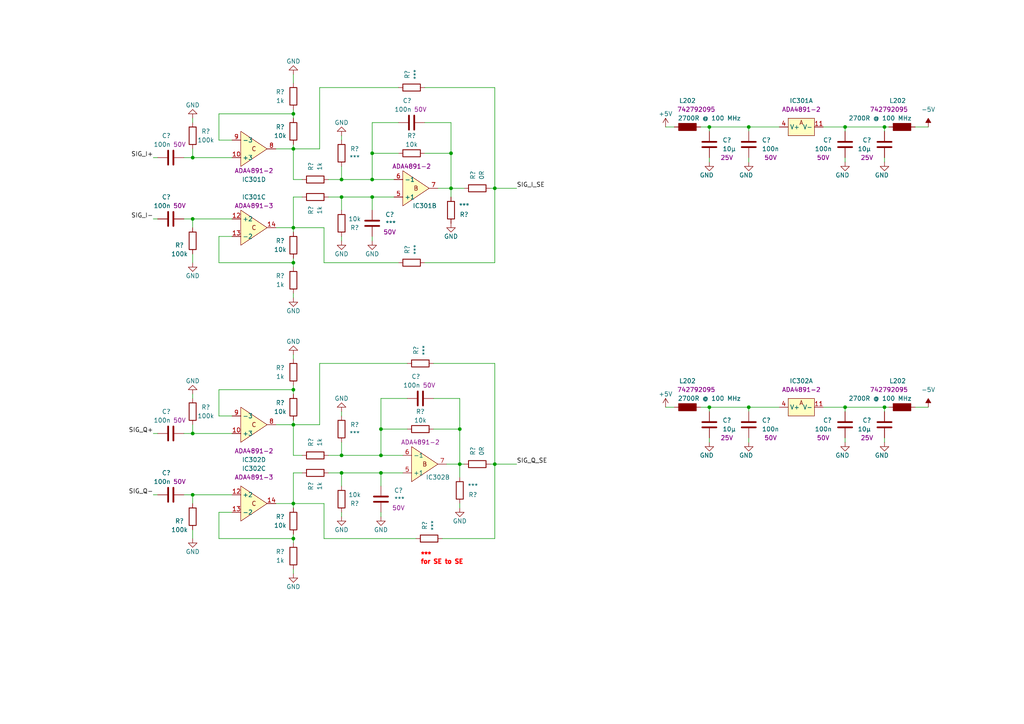
<source format=kicad_sch>
(kicad_sch (version 20230121) (generator eeschema)
  (paper "A4")
  (lib_symbols
    (symbol "ADA4891-3_1"
      (property "Reference" "IC" (at 0 10.16 0))
      (property "Part Number" "ADA4891-3" (at 0 7.62 0))
      (symbol "ADA4891-3_1_1_1"
        (rectangle (start -3.81 2.54) (end 3.81 -2.54) (fill (type background)))
        (text "A" (at 0 1.27 0) (effects (font (size 1.27 1.27))))
        (pin power_in line (at 6.35 0 180) (length 2.54) (name "V-") (number "11"))
        (pin power_in line (at -6.35 0 0) (length 2.54) (name "V+") (number "4"))
      )
      (symbol "ADA4891-3_1_2_1"
        (polyline (pts (xy -3.81 5.08) (xy -3.81 -5.08) (xy 3.81 0) (xy -3.81 5.08)) (fill (type background)))
        (text "B" (at 0 0 0) (effects (font (size 1.27 1.27))))
        (pin passive line (at -6.35 2.54 0) (length 2.54) (name "+1") (number "5"))
        (pin passive line (at -6.35 -2.54 0) (length 2.54) (name "-1") (number "6"))
        (pin passive line (at 6.35 0 180) (length 2.54) (name "") (number "7"))
      )
      (symbol "ADA4891-3_1_3_1"
        (polyline (pts (xy -3.81 5.08) (xy -3.81 -5.08) (xy 3.81 0) (xy -3.81 5.08)) (fill (type background)))
        (text "C" (at 0 0 0) (effects (font (size 1.27 1.27))))
        (pin input line (at -6.35 2.54 0) (length 2.54) (name "+2") (number "12"))
        (pin input line (at -6.35 -2.54 0) (length 2.54) (name "-2") (number "13"))
        (pin output line (at 6.35 0 180) (length 2.54) (name "") (number "14"))
      )
      (symbol "ADA4891-3_1_4_1"
        (polyline (pts (xy -3.81 5.08) (xy -3.81 -5.08) (xy 3.81 0) (xy -3.81 5.08)) (fill (type background)))
        (text "C" (at 0 0 0) (effects (font (size 1.27 1.27))))
        (pin input line (at -6.35 2.54 0) (length 2.54) (name "+3") (number "10"))
        (pin output line (at 6.35 0 180) (length 2.54) (name "") (number "8"))
        (pin input line (at -6.35 -2.54 0) (length 2.54) (name "-3") (number "9"))
      )
    )
    (symbol "ADA4891-3_2"
      (property "Reference" "IC" (at 0 10.16 0))
      (property "Part Number" "ADA4891-3" (at 0 7.62 0))
      (symbol "ADA4891-3_2_1_1"
        (rectangle (start -3.81 2.54) (end 3.81 -2.54) (fill (type background)))
        (text "A" (at 0 1.27 0) (effects (font (size 1.27 1.27))))
        (pin power_in line (at 6.35 0 180) (length 2.54) (name "V-") (number "11"))
        (pin power_in line (at -6.35 0 0) (length 2.54) (name "V+") (number "4"))
      )
      (symbol "ADA4891-3_2_2_1"
        (polyline (pts (xy -3.81 5.08) (xy -3.81 -5.08) (xy 3.81 0) (xy -3.81 5.08)) (fill (type background)))
        (text "B" (at 0 0 0) (effects (font (size 1.27 1.27))))
        (pin passive line (at -6.35 2.54 0) (length 2.54) (name "+1") (number "5"))
        (pin passive line (at -6.35 -2.54 0) (length 2.54) (name "-1") (number "6"))
        (pin passive line (at 6.35 0 180) (length 2.54) (name "") (number "7"))
      )
      (symbol "ADA4891-3_2_3_1"
        (polyline (pts (xy -3.81 5.08) (xy -3.81 -5.08) (xy 3.81 0) (xy -3.81 5.08)) (fill (type background)))
        (text "C" (at 0 0 0) (effects (font (size 1.27 1.27))))
        (pin input line (at -6.35 2.54 0) (length 2.54) (name "+2") (number "12"))
        (pin input line (at -6.35 -2.54 0) (length 2.54) (name "-2") (number "13"))
        (pin output line (at 6.35 0 180) (length 2.54) (name "") (number "14"))
      )
      (symbol "ADA4891-3_2_4_1"
        (polyline (pts (xy -3.81 5.08) (xy -3.81 -5.08) (xy 3.81 0) (xy -3.81 5.08)) (fill (type background)))
        (text "C" (at 0 0 0) (effects (font (size 1.27 1.27))))
        (pin input line (at -6.35 2.54 0) (length 2.54) (name "+3") (number "10"))
        (pin output line (at 6.35 0 180) (length 2.54) (name "") (number "8"))
        (pin input line (at -6.35 -2.54 0) (length 2.54) (name "-3") (number "9"))
      )
    )
    (symbol "BestParts_ICs:ADA4891-3"
      (property "Reference" "IC" (at 0 10.16 0))
      (property "Part Number" "ADA4891-2" (at 0 7.62 0))
      (symbol "ADA4891-3_1_1"
        (rectangle (start -3.81 2.54) (end 3.81 -2.54) (fill (type background)))
        (text "A" (at 0 1.27 0) (effects (font (size 1.27 1.27))))
        (pin power_in line (at 6.35 0 180) (length 2.54) (name "V-") (number "11"))
        (pin power_in line (at -6.35 0 0) (length 2.54) (name "V+") (number "4"))
      )
      (symbol "ADA4891-3_2_1"
        (polyline (pts (xy -3.81 5.08) (xy -3.81 -5.08) (xy 3.81 0) (xy -3.81 5.08)) (fill (type background)))
        (text "B" (at 0 0 0) (effects (font (size 1.27 1.27))))
        (pin passive line (at -6.35 2.54 0) (length 2.54) (name "+1") (number "5"))
        (pin passive line (at -6.35 -2.54 0) (length 2.54) (name "-1") (number "6"))
        (pin passive line (at 6.35 0 180) (length 2.54) (name "") (number "7"))
      )
      (symbol "ADA4891-3_3_1"
        (polyline (pts (xy -3.81 5.08) (xy -3.81 -5.08) (xy 3.81 0) (xy -3.81 5.08)) (fill (type background)))
        (text "C" (at 0 0 0) (effects (font (size 1.27 1.27))))
        (pin input line (at -6.35 2.54 0) (length 2.54) (name "+2") (number "12"))
        (pin output line (at 6.35 0 180) (length 2.54) (name "") (number "14"))
        (pin input line (at -6.35 -2.54 0) (length 2.54) (name "13") (number "6"))
      )
      (symbol "ADA4891-3_4_1"
        (polyline (pts (xy -3.81 5.08) (xy -3.81 -5.08) (xy 3.81 0) (xy -3.81 5.08)) (fill (type background)))
        (text "C" (at 0 0 0) (effects (font (size 1.27 1.27))))
        (pin input line (at -6.35 2.54 0) (length 2.54) (name "+3") (number "10"))
        (pin output line (at 6.35 0 180) (length 2.54) (name "") (number "8"))
        (pin input line (at -6.35 -2.54 0) (length 2.54) (name "-3") (number "9"))
      )
    )
    (symbol "Device:C" (pin_numbers hide) (pin_names (offset 0.254))
      (property "Reference" "C" (at 0.635 2.54 0))
      (property "Value" "C" (at 0.635 -2.54 0))
      (symbol "C_0_1"
        (polyline (pts (xy -2.032 -0.762) (xy 2.032 -0.762)) (stroke (width 0.508)))
        (polyline (pts (xy -2.032 0.762) (xy 2.032 0.762)) (stroke (width 0.508)))
      )
      (symbol "C_1_1"
        (pin passive line (at 0 3.81 270) (length 2.794) (name "~") (number "1"))
        (pin passive line (at 0 -3.81 90) (length 2.794) (name "~") (number "2"))
      )
    )
    (symbol "Device:R" (pin_numbers hide) (pin_names (offset 0))
      (property "Reference" "R" (at 2.032 0 90))
      (property "Value" "R" (at 0 0 90))
      (symbol "R_0_1"
        (rectangle (start -1.016 -2.54) (end 1.016 2.54) (stroke (width 0.254)))
      )
      (symbol "R_1_1"
        (pin passive line (at 0 3.81 270) (length 1.27) (name "~") (number "1"))
        (pin passive line (at 0 -3.81 90) (length 1.27) (name "~") (number "2"))
      )
    )
    (symbol "Ferrit_1" (pin_numbers hide)
      (property "Reference" "L" (at 0 2.54 0))
      (symbol "Ferrit_1_1_1"
        (rectangle (start -2.54 1.016) (end 2.54 -1.016) (stroke (width 0.254)) (fill (type outline)))
        (pin passive line (at -3.81 0 0) (length 1.27) (name "") (number "1"))
        (pin passive line (at 3.81 0 180) (length 1.27) (name "") (number "2"))
      )
    )
    (symbol "power:+5V" (power) (pin_names (offset 0))
      (property "Value" "+5V" (at 0 3.556 0))
      (symbol "+5V_0_1"
        (polyline (pts (xy -0.762 1.27) (xy 0 2.54)))
        (polyline (pts (xy 0 0) (xy 0 2.54)))
        (polyline (pts (xy 0 2.54) (xy 0.762 1.27)))
      )
      (symbol "+5V_1_1"
        (pin power_in line (at 0 0 90) (length 0) hide (name "+5V") (number "1"))
      )
    )
    (symbol "power:-5V" (power) (pin_names (offset 0))
      (property "Value" "-5V" (at 0 3.81 0))
      (symbol "-5V_0_0"
        (pin power_in line (at 0 0 90) (length 0) hide (name "-5V") (number "1"))
      )
      (symbol "-5V_0_1"
        (polyline (pts (xy 0 0) (xy 0 1.27) (xy 0.762 1.27) (xy 0 2.54) (xy -0.762 1.27) (xy 0 1.27)) (fill (type outline)))
      )
    )
    (symbol "power:GND" (power) (pin_names (offset 0))
      (property "Value" "GND" (at 0 -3.81 0))
      (symbol "GND_0_1"
        (polyline (pts (xy 0 0) (xy 0 -1.27) (xy 1.27 -1.27) (xy 0 -2.54) (xy -1.27 -1.27) (xy 0 -1.27)))
      )
      (symbol "GND_1_1"
        (pin power_in line (at 0 0 270) (length 0) hide (name "GND") (number "1"))
      )
    )
  )
  (junction (at 99.06 132.08))
  (junction (at 143.51 134.62))
  (junction (at 107.95 57.15))
  (junction (at 107.95 44.45))
  (junction (at 110.49 124.46))
  (junction (at 99.06 57.15))
  (junction (at 85.09 66.04))
  (junction (at 133.35 124.46))
  (junction (at 85.09 43.18))
  (junction (at 107.95 52.07))
  (junction (at 130.81 44.45))
  (junction (at 256.54 36.83))
  (junction (at 205.74 118.11))
  (junction (at 85.09 123.19))
  (junction (at 217.17 36.83))
  (junction (at 245.11 36.83))
  (junction (at 143.51 54.61))
  (junction (at 256.54 118.11))
  (junction (at 99.06 137.16))
  (junction (at 55.88 143.51))
  (junction (at 245.11 118.11))
  (junction (at 55.88 45.72))
  (junction (at 99.06 52.07))
  (junction (at 133.35 134.62))
  (junction (at 85.09 146.05))
  (junction (at 85.09 76.2))
  (junction (at 217.17 118.11))
  (junction (at 55.88 125.73))
  (junction (at 85.09 113.03))
  (junction (at 85.09 33.02))
  (junction (at 85.09 156.21))
  (junction (at 130.81 54.61))
  (junction (at 205.74 36.83))
  (junction (at 110.49 132.08))
  (junction (at 55.88 63.5))
  (junction (at 110.49 137.16))
  (wire (pts (xy 63.5 33.02) (xy 63.5 40.64)))
  (wire (pts (xy 107.95 44.45) (xy 107.95 52.07)))
  (wire (pts (xy 85.09 154.94) (xy 85.09 156.21)))
  (wire (pts (xy 85.09 165.1) (xy 85.09 166.37)))
  (wire (pts (xy 217.17 128.27) (xy 217.17 127)))
  (wire (pts (xy 123.19 35.56) (xy 130.81 35.56)))
  (wire (pts (xy 110.49 115.57) (xy 110.49 124.46)))
  (wire (pts (xy 85.09 43.18) (xy 85.09 52.07)))
  (wire (pts (xy 63.5 76.2) (xy 85.09 76.2)))
  (wire (pts (xy 80.01 146.05) (xy 85.09 146.05)))
  (wire (pts (xy 95.25 57.15) (xy 99.06 57.15)))
  (wire (pts (xy 80.01 66.04) (xy 85.09 66.04)))
  (wire (pts (xy 143.51 134.62) (xy 149.86 134.62)))
  (wire (pts (xy 55.88 43.18) (xy 55.88 45.72)))
  (wire (pts (xy 85.09 113.03) (xy 85.09 114.3)))
  (wire (pts (xy 133.35 134.62) (xy 134.62 134.62)))
  (wire (pts (xy 133.35 124.46) (xy 133.35 134.62)))
  (wire (pts (xy 265.43 118.11) (xy 269.24 118.11)))
  (wire (pts (xy 217.17 118.11) (xy 226.06 118.11)))
  (wire (pts (xy 80.01 123.19) (xy 85.09 123.19)))
  (wire (pts (xy 63.5 156.21) (xy 85.09 156.21)))
  (wire (pts (xy 245.11 36.83) (xy 245.11 38.1)))
  (wire (pts (xy 55.88 143.51) (xy 55.88 146.05)))
  (wire (pts (xy 55.88 45.72) (xy 67.31 45.72)))
  (wire (pts (xy 143.51 54.61) (xy 149.86 54.61)))
  (wire (pts (xy 44.45 45.72) (xy 45.72 45.72)))
  (wire (pts (xy 63.5 148.59) (xy 67.31 148.59)))
  (wire (pts (xy 99.06 39.37) (xy 99.06 40.64)))
  (wire (pts (xy 107.95 52.07) (xy 114.3 52.07)))
  (wire (pts (xy 205.74 36.83) (xy 217.17 36.83)))
  (wire (pts (xy 95.25 137.16) (xy 99.06 137.16)))
  (wire (pts (xy 85.09 74.93) (xy 85.09 76.2)))
  (wire (pts (xy 130.81 54.61) (xy 130.81 57.15)))
  (wire (pts (xy 110.49 124.46) (xy 110.49 132.08)))
  (wire (pts (xy 85.09 57.15) (xy 85.09 66.04)))
  (wire (pts (xy 193.04 36.83) (xy 195.58 36.83)))
  (wire (pts (xy 55.88 114.3) (xy 55.88 115.57)))
  (wire (pts (xy 85.09 41.91) (xy 85.09 43.18)))
  (wire (pts (xy 129.54 134.62) (xy 133.35 134.62)))
  (wire (pts (xy 217.17 118.11) (xy 217.17 119.38)))
  (wire (pts (xy 55.88 63.5) (xy 67.31 63.5)))
  (wire (pts (xy 63.5 148.59) (xy 63.5 156.21)))
  (wire (pts (xy 63.5 40.64) (xy 67.31 40.64)))
  (wire (pts (xy 123.19 44.45) (xy 130.81 44.45)))
  (wire (pts (xy 93.98 156.21) (xy 120.65 156.21)))
  (wire (pts (xy 53.34 45.72) (xy 55.88 45.72)))
  (wire (pts (xy 143.51 54.61) (xy 143.51 76.2)))
  (wire (pts (xy 92.71 25.4) (xy 115.57 25.4)))
  (wire (pts (xy 256.54 128.27) (xy 256.54 127)))
  (wire (pts (xy 245.11 118.11) (xy 245.11 119.38)))
  (wire (pts (xy 95.25 132.08) (xy 99.06 132.08)))
  (wire (pts (xy 85.09 121.92) (xy 85.09 123.19)))
  (wire (pts (xy 55.88 153.67) (xy 55.88 156.21)))
  (wire (pts (xy 130.81 44.45) (xy 130.81 54.61)))
  (wire (pts (xy 53.34 125.73) (xy 55.88 125.73)))
  (wire (pts (xy 99.06 48.26) (xy 99.06 52.07)))
  (wire (pts (xy 205.74 118.11) (xy 217.17 118.11)))
  (wire (pts (xy 53.34 63.5) (xy 55.88 63.5)))
  (wire (pts (xy 93.98 146.05) (xy 93.98 156.21)))
  (wire (pts (xy 130.81 35.56) (xy 130.81 44.45)))
  (wire (pts (xy 127 54.61) (xy 130.81 54.61)))
  (wire (pts (xy 123.19 25.4) (xy 143.51 25.4)))
  (wire (pts (xy 99.06 68.58) (xy 99.06 69.85)))
  (wire (pts (xy 245.11 118.11) (xy 256.54 118.11)))
  (wire (pts (xy 110.49 137.16) (xy 110.49 140.97)))
  (wire (pts (xy 203.2 118.11) (xy 205.74 118.11)))
  (wire (pts (xy 85.09 146.05) (xy 93.98 146.05)))
  (wire (pts (xy 256.54 46.99) (xy 256.54 45.72)))
  (wire (pts (xy 238.76 118.11) (xy 245.11 118.11)))
  (wire (pts (xy 107.95 35.56) (xy 107.95 44.45)))
  (wire (pts (xy 44.45 143.51) (xy 45.72 143.51)))
  (wire (pts (xy 99.06 52.07) (xy 107.95 52.07)))
  (wire (pts (xy 107.95 57.15) (xy 107.95 60.96)))
  (wire (pts (xy 203.2 36.83) (xy 205.74 36.83)))
  (wire (pts (xy 110.49 132.08) (xy 116.84 132.08)))
  (wire (pts (xy 85.09 57.15) (xy 87.63 57.15)))
  (wire (pts (xy 99.06 137.16) (xy 110.49 137.16)))
  (wire (pts (xy 133.35 134.62) (xy 133.35 138.43)))
  (wire (pts (xy 123.19 76.2) (xy 143.51 76.2)))
  (wire (pts (xy 107.95 44.45) (xy 115.57 44.45)))
  (wire (pts (xy 110.49 148.59) (xy 110.49 149.86)))
  (wire (pts (xy 265.43 36.83) (xy 269.24 36.83)))
  (wire (pts (xy 85.09 132.08) (xy 87.63 132.08)))
  (wire (pts (xy 55.88 63.5) (xy 55.88 66.04)))
  (wire (pts (xy 99.06 132.08) (xy 110.49 132.08)))
  (wire (pts (xy 92.71 105.41) (xy 118.11 105.41)))
  (wire (pts (xy 55.88 73.66) (xy 55.88 76.2)))
  (wire (pts (xy 99.06 57.15) (xy 99.06 60.96)))
  (wire (pts (xy 217.17 36.83) (xy 217.17 38.1)))
  (wire (pts (xy 99.06 148.59) (xy 99.06 149.86)))
  (wire (pts (xy 125.73 105.41) (xy 143.51 105.41)))
  (wire (pts (xy 205.74 128.27) (xy 205.74 127)))
  (wire (pts (xy 99.06 119.38) (xy 99.06 120.65)))
  (wire (pts (xy 63.5 68.58) (xy 67.31 68.58)))
  (wire (pts (xy 99.06 57.15) (xy 107.95 57.15)))
  (wire (pts (xy 99.06 137.16) (xy 99.06 140.97)))
  (wire (pts (xy 143.51 25.4) (xy 143.51 54.61)))
  (wire (pts (xy 55.88 143.51) (xy 67.31 143.51)))
  (wire (pts (xy 217.17 46.99) (xy 217.17 45.72)))
  (wire (pts (xy 85.09 123.19) (xy 85.09 132.08)))
  (wire (pts (xy 85.09 85.09) (xy 85.09 86.36)))
  (wire (pts (xy 85.09 31.75) (xy 85.09 33.02)))
  (wire (pts (xy 110.49 137.16) (xy 116.84 137.16)))
  (wire (pts (xy 63.5 113.03) (xy 63.5 120.65)))
  (wire (pts (xy 85.09 123.19) (xy 92.71 123.19)))
  (wire (pts (xy 142.24 54.61) (xy 143.51 54.61)))
  (wire (pts (xy 107.95 57.15) (xy 114.3 57.15)))
  (wire (pts (xy 93.98 76.2) (xy 115.57 76.2)))
  (wire (pts (xy 85.09 156.21) (xy 85.09 157.48)))
  (wire (pts (xy 85.09 66.04) (xy 85.09 67.31)))
  (wire (pts (xy 205.74 118.11) (xy 205.74 119.38)))
  (wire (pts (xy 193.04 118.11) (xy 195.58 118.11)))
  (wire (pts (xy 63.5 68.58) (xy 63.5 76.2)))
  (wire (pts (xy 238.76 36.83) (xy 245.11 36.83)))
  (wire (pts (xy 143.51 134.62) (xy 143.51 156.21)))
  (wire (pts (xy 256.54 36.83) (xy 257.81 36.83)))
  (wire (pts (xy 130.81 54.61) (xy 134.62 54.61)))
  (wire (pts (xy 125.73 115.57) (xy 133.35 115.57)))
  (wire (pts (xy 55.88 123.19) (xy 55.88 125.73)))
  (wire (pts (xy 63.5 120.65) (xy 67.31 120.65)))
  (wire (pts (xy 256.54 118.11) (xy 257.81 118.11)))
  (wire (pts (xy 92.71 105.41) (xy 92.71 123.19)))
  (wire (pts (xy 53.34 143.51) (xy 55.88 143.51)))
  (wire (pts (xy 110.49 124.46) (xy 118.11 124.46)))
  (wire (pts (xy 85.09 137.16) (xy 87.63 137.16)))
  (wire (pts (xy 55.88 34.29) (xy 55.88 35.56)))
  (wire (pts (xy 85.09 66.04) (xy 93.98 66.04)))
  (wire (pts (xy 256.54 118.11) (xy 256.54 119.38)))
  (wire (pts (xy 55.88 125.73) (xy 67.31 125.73)))
  (wire (pts (xy 85.09 111.76) (xy 85.09 113.03)))
  (wire (pts (xy 125.73 124.46) (xy 133.35 124.46)))
  (wire (pts (xy 85.09 43.18) (xy 92.71 43.18)))
  (wire (pts (xy 133.35 115.57) (xy 133.35 124.46)))
  (wire (pts (xy 99.06 128.27) (xy 99.06 132.08)))
  (wire (pts (xy 143.51 105.41) (xy 143.51 134.62)))
  (wire (pts (xy 85.09 52.07) (xy 87.63 52.07)))
  (wire (pts (xy 107.95 68.58) (xy 107.95 69.85)))
  (wire (pts (xy 63.5 33.02) (xy 85.09 33.02)))
  (wire (pts (xy 128.27 156.21) (xy 143.51 156.21)))
  (wire (pts (xy 93.98 66.04) (xy 93.98 76.2)))
  (wire (pts (xy 110.49 115.57) (xy 118.11 115.57)))
  (wire (pts (xy 85.09 76.2) (xy 85.09 77.47)))
  (wire (pts (xy 205.74 36.83) (xy 205.74 38.1)))
  (wire (pts (xy 63.5 113.03) (xy 85.09 113.03)))
  (wire (pts (xy 245.11 36.83) (xy 256.54 36.83)))
  (wire (pts (xy 85.09 146.05) (xy 85.09 147.32)))
  (wire (pts (xy 256.54 36.83) (xy 256.54 38.1)))
  (wire (pts (xy 245.11 46.99) (xy 245.11 45.72)))
  (wire (pts (xy 85.09 137.16) (xy 85.09 146.05)))
  (wire (pts (xy 95.25 52.07) (xy 99.06 52.07)))
  (wire (pts (xy 85.09 21.59) (xy 85.09 24.13)))
  (wire (pts (xy 107.95 35.56) (xy 115.57 35.56)))
  (wire (pts (xy 92.71 25.4) (xy 92.71 43.18)))
  (wire (pts (xy 133.35 146.05) (xy 133.35 147.32)))
  (wire (pts (xy 217.17 36.83) (xy 226.06 36.83)))
  (wire (pts (xy 85.09 102.87) (xy 85.09 104.14)))
  (wire (pts (xy 44.45 63.5) (xy 45.72 63.5)))
  (wire (pts (xy 142.24 134.62) (xy 143.51 134.62)))
  (wire (pts (xy 44.45 125.73) (xy 45.72 125.73)))
  (wire (pts (xy 205.74 46.99) (xy 205.74 45.72)))
  (wire (pts (xy 80.01 43.18) (xy 85.09 43.18)))
  (wire (pts (xy 245.11 128.27) (xy 245.11 127)))
  (wire (pts (xy 85.09 33.02) (xy 85.09 34.29)))
  (text "***\nfor SE to SE" (at 121.92 163.83 0) (effects (font (size 1.27 1.27) (thickness 0.4) bold) (justify left bottom)))
  (label "SIG_I_SE" (at 149.86 54.61 0))
  (label "SIG_I+" (at 44.45 45.72 180))
  (label "SIG_I-" (at 44.45 63.5 180))
  (label "SIG_Q+" (at 44.45 125.73 180))
  (label "SIG_Q-" (at 44.45 143.51 180))
  (label "SIG_Q_SE" (at 149.86 134.62 0))
  (symbol (lib_name "ADA4891-3_1") (lib_id "BestParts_ICs:ADA4891-3") (at 73.66 66.04 0) (unit 3)
    (property "Reference" "IC301" (at 73.66 57.15 0))
    (property "Value" "ADA4891-3" (effects hide))
    (property "Footprint" "BestParts_ICs:ADA4891-4 - SOIC-14" (effects hide))
    (property "Part Number" "ADA4891-3" (at 73.66 59.69 0))
    (property "Manufacturer" "Analog Devices" (effects hide))
  )
  (symbol (lib_name "Ferrit_1") (lib_id "BestParts_Inductors:Ferrit") (at 199.39 36.83 0) (unit 1)
    (property "Reference" "L202" (at 199.39 29.21 0))
    (property "Value" "2700R @ 100 MHz" (at 205.74 34.29 0))
    (property "Footprint" "BestParts_Resistors:R_0805" (effects hide))
    (property "Part Number" "742792095" (at 201.93 31.75 0))
    (instances (project "Analog_Calc_V2" (path "" (reference "L202") (unit 1)) (path "" (reference "L302") (unit 1))))
  )
  (symbol (lib_id "power:GND") (at 85.09 21.59 180) (unit 1)
    (property "Reference" "#PWR0313" (effects hide))
    (property "Value" "GND" (at 85.09 17.78 0))
  )
  (symbol (lib_id "Device:R") (at 99.06 124.46 0) (mirror x) (unit 1)
    (property "Reference" "R?" (at 102.87 123.19 0))
    (property "Value" "***" (at 102.87 125.73 0))
    (property "Footprint" "BestParts_Resistors:R_0603" (effects hide))
    (property "Part Number" "Generic" (effects hide))
    (instances (project "Analog_Calc_V2" (path "" (reference "R?") (unit 1)) (path "" (reference "R326") (unit 1))))
  )
  (symbol (lib_name "ADA4891-3_2") (lib_id "BestParts_ICs:ADA4891-3") (at 73.66 146.05 0) (unit 3)
    (property "Reference" "IC302" (at 73.66 135.89 0))
    (property "Value" "ADA4891-3" (effects hide))
    (property "Footprint" "BestParts_ICs:ADA4891-4 - SOIC-14" (effects hide))
    (property "Part Number" "ADA4891-3" (at 73.66 138.43 0))
    (property "Manufacturer" "Analog Devices" (effects hide))
  )
  (symbol (lib_id "power:GND") (at 205.74 46.99 0) (unit 1)
    (property "Reference" "#PWR0205" (effects hide))
    (property "Value" "GND" (at 207.01 50.8 0) (effects (justify right)))
    (instances (project "Analog_Calc_V2" (path "" (reference "#PWR0205") (unit 1)) (path "" (reference "#PWR0303") (unit 1))))
  )
  (symbol (lib_id "Device:C") (at 110.49 144.78 0) (mirror x) (unit 1)
    (property "Reference" "C?" (at 114.3 142.24 0) (effects (justify left)))
    (property "Value" "***" (at 114.3 144.78 0) (effects (justify left)))
    (property "Footprint" "BestParts_Caps:C_0603" (effects hide))
    (property "Voltage" "50V" (at 115.57 147.32 0))
    (instances (project "Analog_Calc_V2" (path "" (reference "C?") (unit 1)) (path "" (reference "C317") (unit 1))))
  )
  (symbol (lib_id "power:GND") (at 99.06 149.86 0) (unit 1)
    (property "Reference" "#PWR0321" (effects hide))
    (property "Value" "GND" (at 99.06 153.67 0))
  )
  (symbol (lib_id "Device:C") (at 205.74 123.19 0) (unit 1)
    (property "Reference" "C?" (at 209.55 121.92 0) (effects (justify left)))
    (property "Value" "10µ" (at 209.55 124.46 0) (effects (justify left)))
    (property "Footprint" "BestParts_Caps:C_0603" (effects hide))
    (property "Voltage" "25V" (at 210.82 127 0))
    (instances (project "Analog_Calc_V2" (path "" (reference "C?") (unit 1)) (path "" (reference "C305") (unit 1)) (path "" (reference "C402") (unit 1))))
  )
  (symbol (lib_id "Device:C") (at 49.53 63.5 90) (unit 1)
    (property "Reference" "C?" (at 49.53 57.15 90) (effects (justify left)))
    (property "Value" "100n" (at 49.53 59.69 90) (effects (justify left)))
    (property "Footprint" "BestParts_Caps:C_0603" (effects hide))
    (property "Voltage" "50V" (at 52.07 59.69 90))
    (instances (project "Analog_Calc_V2" (path "" (reference "C?") (unit 1)) (path "" (reference "C310") (unit 1))))
  )
  (symbol (lib_id "Device:R") (at 91.44 137.16 270) (unit 1)
    (property "Reference" "R?" (at 90.17 140.97 0))
    (property "Value" "1k" (at 92.71 140.97 0))
    (property "Footprint" "BestParts_Resistors:R_0603" (effects hide))
    (property "Part Number" "Generic" (effects hide))
    (instances (project "Analog_Calc_V2" (path "" (reference "R?") (unit 1)) (path "" (reference "R317") (unit 1))))
  )
  (symbol (lib_id "Device:R") (at 121.92 105.41 270) (mirror x) (unit 1)
    (property "Reference" "R?" (at 120.65 101.6 0))
    (property "Value" "***" (at 123.19 101.6 0))
    (property "Footprint" "BestParts_Resistors:R_0603" (effects hide))
    (property "Part Number" "Generic" (effects hide))
    (instances (project "Analog_Calc_V2" (path "" (reference "R?") (unit 1)) (path "" (reference "R322") (unit 1))))
  )
  (symbol (lib_id "power:GND") (at 256.54 128.27 0) (unit 1)
    (property "Reference" "#PWR0205" (effects hide))
    (property "Value" "GND" (at 257.81 132.08 0) (effects (justify right)))
    (instances (project "Analog_Calc_V2" (path "" (reference "#PWR0205") (unit 1)) (path "" (reference "#PWR0312") (unit 1))))
  )
  (symbol (lib_id "power:GND") (at 130.81 64.77 0) (unit 1)
    (property "Reference" "#PWR0328" (effects hide))
    (property "Value" "GND" (at 130.81 68.58 0))
  )
  (symbol (lib_id "Device:R") (at 55.88 149.86 180) (unit 1)
    (property "Reference" "R?" (at 52.07 151.13 0))
    (property "Value" "100k" (at 52.07 153.67 0))
    (property "Footprint" "BestParts_Resistors:R_0603" (effects hide))
    (property "Part Number" "Generic" (effects hide))
    (instances (project "Analog_Calc_V2" (path "" (reference "R?") (unit 1)) (path "" (reference "R319") (unit 1))))
  )
  (symbol (lib_id "Device:C") (at 119.38 35.56 90) (unit 1)
    (property "Reference" "C?" (at 119.38 29.21 90) (effects (justify left)))
    (property "Value" "100n" (at 119.38 31.75 90) (effects (justify left)))
    (property "Footprint" "BestParts_Caps:C_0603" (effects hide))
    (property "Voltage" "50V" (at 121.92 31.75 90))
    (instances (project "Analog_Calc_V2" (path "" (reference "C?") (unit 1)) (path "" (reference "C312") (unit 1))))
  )
  (symbol (lib_id "Device:R") (at 91.44 132.08 270) (mirror x) (unit 1)
    (property "Reference" "R?" (at 90.17 128.27 0))
    (property "Value" "1k" (at 92.71 128.27 0))
    (property "Footprint" "BestParts_Resistors:R_0603" (effects hide))
    (property "Part Number" "Generic" (effects hide))
    (instances (project "Analog_Calc_V2" (path "" (reference "R?") (unit 1)) (path "" (reference "R316") (unit 1))))
  )
  (symbol (lib_id "power:GND") (at 55.88 114.3 180) (unit 1)
    (property "Reference" "#PWR0320" (effects hide))
    (property "Value" "GND" (at 55.88 110.49 0))
  )
  (symbol (lib_id "Device:R") (at 99.06 44.45 0) (mirror x) (unit 1)
    (property "Reference" "R?" (at 102.87 43.18 0))
    (property "Value" "***" (at 102.87 45.72 0))
    (property "Footprint" "BestParts_Resistors:R_0603" (effects hide))
    (property "Part Number" "Generic" (effects hide))
    (instances (project "Analog_Calc_V2" (path "" (reference "R?") (unit 1)) (path "" (reference "R330") (unit 1))))
  )
  (symbol (lib_id "Device:R") (at 85.09 71.12 180) (unit 1)
    (property "Reference" "R?" (at 81.28 69.85 0))
    (property "Value" "10k" (at 81.28 72.39 0))
    (property "Footprint" "BestParts_Resistors:R_0603" (effects hide))
    (property "Part Number" "Generic" (effects hide))
    (instances (project "Analog_Calc_V2" (path "" (reference "R?") (unit 1)) (path "" (reference "R303") (unit 1))))
  )
  (symbol (lib_id "Device:R") (at 55.88 119.38 0) (mirror x) (unit 1)
    (property "Reference" "R?" (at 59.69 118.11 0))
    (property "Value" "100k" (at 59.69 120.65 0))
    (property "Footprint" "BestParts_Resistors:R_0603" (effects hide))
    (property "Part Number" "Generic" (effects hide))
    (instances (project "Analog_Calc_V2" (path "" (reference "R?") (unit 1)) (path "" (reference "R314") (unit 1))))
  )
  (symbol (lib_id "Device:R") (at 85.09 81.28 180) (unit 1)
    (property "Reference" "R?" (at 81.28 80.01 0))
    (property "Value" "1k" (at 81.28 82.55 0))
    (property "Footprint" "BestParts_Resistors:R_0603" (effects hide))
    (property "Part Number" "Generic" (effects hide))
    (instances (project "Analog_Calc_V2" (path "" (reference "R?") (unit 1)) (path "" (reference "R304") (unit 1))))
  )
  (symbol (lib_id "Device:R") (at 124.46 156.21 270) (mirror x) (unit 1)
    (property "Reference" "R?" (at 123.19 152.4 0))
    (property "Value" "***" (at 125.73 152.4 0))
    (property "Footprint" "BestParts_Resistors:R_0603" (effects hide))
    (property "Part Number" "Generic" (effects hide))
    (instances (project "Analog_Calc_V2" (path "" (reference "R?") (unit 1)) (path "" (reference "R323") (unit 1))))
  )
  (symbol (lib_id "Device:C") (at 205.74 41.91 0) (unit 1)
    (property "Reference" "C?" (at 209.55 40.64 0) (effects (justify left)))
    (property "Value" "10µ" (at 209.55 43.18 0) (effects (justify left)))
    (property "Footprint" "BestParts_Caps:C_0603" (effects hide))
    (property "Voltage" "25V" (at 210.82 45.72 0))
    (instances (project "Analog_Calc_V2" (path "" (reference "C?") (unit 1)) (path "" (reference "C301") (unit 1)) (path "" (reference "C402") (unit 1))))
  )
  (symbol (lib_id "Device:R") (at -55.88 118.11 90) (unit 1)
    (property "Reference" "R?" (at -57.15 115.57 90))
    (property "Value" "1k" (at -53.34 115.57 90))
    (property "Footprint" "BestParts_Resistors:R_0603" (effects hide))
    (property "Part Number" "Generic" (effects hide))
    (instances (project "Analog_Calc_V2" (path "" (reference "R?") (unit 1)) (path "" (reference "R313") (unit 1))))
  )
  (symbol (lib_id "Device:R") (at 91.44 57.15 270) (unit 1)
    (property "Reference" "R?" (at 90.17 60.96 0))
    (property "Value" "1k" (at 92.71 60.96 0))
    (property "Footprint" "BestParts_Resistors:R_0603" (effects hide))
    (property "Part Number" "Generic" (effects hide))
    (instances (project "Analog_Calc_V2" (path "" (reference "R?") (unit 1)) (path "" (reference "R307") (unit 1))))
  )
  (symbol (lib_id "power:GND") (at 55.88 76.2 0) (unit 1)
    (property "Reference" "#PWR0317" (effects hide))
    (property "Value" "GND" (at 55.88 80.01 0))
  )
  (symbol (lib_id "Device:R") (at 133.35 142.24 0) (unit 1)
    (property "Reference" "R?" (at 137.16 143.51 0))
    (property "Value" "***" (at 137.16 140.97 0))
    (property "Footprint" "BestParts_Resistors:R_0603" (effects hide))
    (property "Part Number" "Generic" (effects hide))
    (instances (project "Analog_Calc_V2" (path "" (reference "R?") (unit 1)) (path "" (reference "R325") (unit 1))))
  )
  (symbol (lib_id "Device:C") (at 256.54 123.19 0) (mirror y) (unit 1)
    (property "Reference" "C?" (at 252.73 121.92 0) (effects (justify left)))
    (property "Value" "10µ" (at 252.73 124.46 0) (effects (justify left)))
    (property "Footprint" "BestParts_Caps:C_0603" (effects hide))
    (property "Voltage" "25V" (at 251.46 127 0))
    (instances (project "Analog_Calc_V2" (path "" (reference "C?") (unit 1)) (path "" (reference "C308") (unit 1)) (path "" (reference "C402") (unit 1))))
  )
  (symbol (lib_id "Device:C") (at 49.53 143.51 90) (unit 1)
    (property "Reference" "C?" (at 49.53 137.16 90) (effects (justify left)))
    (property "Value" "100n" (at 49.53 139.7 90) (effects (justify left)))
    (property "Footprint" "BestParts_Caps:C_0603" (effects hide))
    (property "Voltage" "50V" (at 52.07 139.7 90))
    (instances (project "Analog_Calc_V2" (path "" (reference "C?") (unit 1)) (path "" (reference "C316") (unit 1))))
  )
  (symbol (lib_id "power:GND") (at 85.09 86.36 0) (unit 1)
    (property "Reference" "#PWR0314" (effects hide))
    (property "Value" "GND" (at 85.09 90.17 0))
  )
  (symbol (lib_id "BestParts_ICs:ADA4891-3") (at 232.41 36.83 0) (unit 1)
    (property "Reference" "IC301" (at 232.41 29.21 0))
    (property "Value" "ADA4891-3" (effects hide))
    (property "Footprint" "BestParts_ICs:ADA4891-4 - SOIC-14" (effects hide))
    (property "Part Number" "ADA4891-2" (at 232.41 31.75 0))
    (property "Manufacturer" "Analog Devices" (effects hide))
  )
  (symbol (lib_id "power:GND") (at 217.17 46.99 0) (unit 1)
    (property "Reference" "#PWR0205" (effects hide))
    (property "Value" "GND" (at 218.44 50.8 0) (effects (justify right)))
    (instances (project "Analog_Calc_V2" (path "" (reference "#PWR0205") (unit 1)) (path "" (reference "#PWR0304") (unit 1))))
  )
  (symbol (lib_id "Device:C") (at 217.17 123.19 0) (unit 1)
    (property "Reference" "C?" (at 220.98 121.92 0) (effects (justify left)))
    (property "Value" "100n" (at 220.98 124.46 0) (effects (justify left)))
    (property "Footprint" "BestParts_Caps:C_0603" (effects hide))
    (property "Voltage" "50V" (at 223.52 127 0))
    (instances (project "Analog_Calc_V2" (path "" (reference "C?") (unit 1)) (path "" (reference "C306") (unit 1)) (path "" (reference "C403") (unit 1))))
  )
  (symbol (lib_id "Device:R") (at 85.09 38.1 180) (unit 1)
    (property "Reference" "R?" (at 81.28 36.83 0))
    (property "Value" "10k" (at 81.28 39.37 0))
    (property "Footprint" "BestParts_Resistors:R_0603" (effects hide))
    (property "Part Number" "Generic" (effects hide))
    (instances (project "Analog_Calc_V2" (path "" (reference "R?") (unit 1)) (path "" (reference "R305") (unit 1))))
  )
  (symbol (lib_id "Device:R") (at 138.43 54.61 270) (mirror x) (unit 1)
    (property "Reference" "R?" (at 137.16 50.8 0))
    (property "Value" "0R" (at 139.7 50.8 0))
    (property "Footprint" "BestParts_Resistors:R_0603" (effects hide))
    (property "Part Number" "Generic" (effects hide))
    (instances (project "Analog_Calc_V2" (path "" (reference "R?") (unit 1)) (path "" (reference "R327") (unit 1))))
  )
  (symbol (lib_id "Device:R") (at 85.09 27.94 180) (unit 1)
    (property "Reference" "R?" (at 81.28 26.67 0))
    (property "Value" "1k" (at 81.28 29.21 0))
    (property "Footprint" "BestParts_Resistors:R_0603" (effects hide))
    (property "Part Number" "Generic" (effects hide))
    (instances (project "Analog_Calc_V2" (path "" (reference "R?") (unit 1)) (path "" (reference "R306") (unit 1))))
  )
  (symbol (lib_id "BestParts_ICs:ADA4891-3") (at 123.19 134.62 0) (mirror x) (unit 2)
    (property "Reference" "IC302" (at 127 138.43 0))
    (property "Value" "ADA4891-3" (effects hide))
    (property "Footprint" "BestParts_ICs:ADA4891-4 - SOIC-14" (effects hide))
    (property "Part Number" "ADA4891-2" (at 121.92 128.27 0))
    (property "Manufacturer" "Analog Devices" (effects hide))
  )
  (symbol (lib_id "Device:C") (at 49.53 125.73 90) (unit 1)
    (property "Reference" "C?" (at 49.53 119.38 90) (effects (justify left)))
    (property "Value" "100n" (at 49.53 121.92 90) (effects (justify left)))
    (property "Footprint" "BestParts_Caps:C_0603" (effects hide))
    (property "Voltage" "50V" (at 52.07 121.92 90))
    (instances (project "Analog_Calc_V2" (path "" (reference "C?") (unit 1)) (path "" (reference "C315") (unit 1))))
  )
  (symbol (lib_id "power:GND") (at 245.11 128.27 0) (unit 1)
    (property "Reference" "#PWR0205" (effects hide))
    (property "Value" "GND" (at 246.38 132.08 0) (effects (justify right)))
    (instances (project "Analog_Calc_V2" (path "" (reference "#PWR0205") (unit 1)) (path "" (reference "#PWR0311") (unit 1))))
  )
  (symbol (lib_id "Device:R") (at 121.92 124.46 90) (unit 1)
    (property "Reference" "R?" (at 121.92 119.38 90))
    (property "Value" "10k" (at 121.92 121.92 90))
    (property "Footprint" "BestParts_Resistors:R_0603" (effects hide))
    (property "Part Number" "Generic" (effects hide))
    (instances (project "Analog_Calc_V2" (path "" (reference "R?") (unit 1)) (path "" (reference "R315") (unit 1))))
  )
  (symbol (lib_id "Device:R") (at 119.38 76.2 270) (mirror x) (unit 1)
    (property "Reference" "R?" (at 118.11 72.39 0))
    (property "Value" "***" (at 120.65 72.39 0))
    (property "Footprint" "BestParts_Resistors:R_0603" (effects hide))
    (property "Part Number" "Generic" (effects hide))
    (instances (project "Analog_Calc_V2" (path "" (reference "R?") (unit 1)) (path "" (reference "R329") (unit 1))))
  )
  (symbol (lib_id "power:GND") (at 256.54 46.99 0) (unit 1)
    (property "Reference" "#PWR0205" (effects hide))
    (property "Value" "GND" (at 257.81 50.8 0) (effects (justify right)))
    (instances (project "Analog_Calc_V2" (path "" (reference "#PWR0205") (unit 1)) (path "" (reference "#PWR0306") (unit 1))))
  )
  (symbol (lib_name "Ferrit_1") (lib_id "BestParts_Inductors:Ferrit") (at 261.62 36.83 0) (unit 1)
    (property "Reference" "L202" (at 260.35 29.21 0))
    (property "Value" "2700R @ 100 MHz" (at 255.27 34.29 0))
    (property "Footprint" "BestParts_Resistors:R_0805" (effects hide))
    (property "Part Number" "742792095" (at 257.81 31.75 0))
    (instances (project "Analog_Calc_V2" (path "" (reference "L202") (unit 1)) (path "" (reference "L301") (unit 1))))
  )
  (symbol (lib_id "Device:C") (at 217.17 41.91 0) (unit 1)
    (property "Reference" "C?" (at 220.98 40.64 0) (effects (justify left)))
    (property "Value" "100n" (at 220.98 43.18 0) (effects (justify left)))
    (property "Footprint" "BestParts_Caps:C_0603" (effects hide))
    (property "Voltage" "50V" (at 223.52 45.72 0))
    (instances (project "Analog_Calc_V2" (path "" (reference "C?") (unit 1)) (path "" (reference "C302") (unit 1)) (path "" (reference "C403") (unit 1))))
  )
  (symbol (lib_id "power:GND") (at 55.88 34.29 180) (unit 1)
    (property "Reference" "#PWR0318" (effects hide))
    (property "Value" "GND" (at 55.88 30.48 0))
  )
  (symbol (lib_id "Device:C") (at 107.95 64.77 0) (mirror x) (unit 1)
    (property "Reference" "C?" (at 111.76 62.23 0) (effects (justify left)))
    (property "Value" "***" (at 111.76 64.77 0) (effects (justify left)))
    (property "Footprint" "BestParts_Caps:C_0603" (effects hide))
    (property "Voltage" "50V" (at 113.03 67.31 0))
    (instances (project "Analog_Calc_V2" (path "" (reference "C?") (unit 1)) (path "" (reference "C311") (unit 1))))
  )
  (symbol (lib_id "power:GND") (at 85.09 102.87 180) (unit 1)
    (property "Reference" "#PWR0319" (effects hide))
    (property "Value" "GND" (at 85.09 99.06 0))
  )
  (symbol (lib_id "power:GND") (at 217.17 128.27 0) (unit 1)
    (property "Reference" "#PWR0205" (effects hide))
    (property "Value" "GND" (at 218.44 132.08 0) (effects (justify right)))
    (instances (project "Analog_Calc_V2" (path "" (reference "#PWR0205") (unit 1)) (path "" (reference "#PWR0310") (unit 1))))
  )
  (symbol (lib_id "Device:R") (at 130.81 60.96 0) (unit 1)
    (property "Reference" "R?" (at 134.62 62.23 0))
    (property "Value" "***" (at 134.62 59.69 0))
    (property "Footprint" "BestParts_Resistors:R_0603" (effects hide))
    (property "Part Number" "Generic" (effects hide))
    (instances (project "Analog_Calc_V2" (path "" (reference "R?") (unit 1)) (path "" (reference "R331") (unit 1))))
  )
  (symbol (lib_id "power:GND") (at 110.49 149.86 0) (unit 1)
    (property "Reference" "#PWR0322" (effects hide))
    (property "Value" "GND" (at 110.49 153.67 0))
  )
  (symbol (lib_id "power:GND") (at 205.74 128.27 0) (unit 1)
    (property "Reference" "#PWR0205" (effects hide))
    (property "Value" "GND" (at 207.01 132.08 0) (effects (justify right)))
    (instances (project "Analog_Calc_V2" (path "" (reference "#PWR0205") (unit 1)) (path "" (reference "#PWR0309") (unit 1))))
  )
  (symbol (lib_id "power:-5V") (at 269.24 118.11 0) (unit 1)
    (property "Reference" "#PWR0211" (effects hide))
    (property "Value" "-5V" (at 269.24 113.03 0))
    (instances (project "Analog_Calc_V2" (path "" (reference "#PWR0211") (unit 1)) (path "" (reference "#PWR0308") (unit 1))))
  )
  (symbol (lib_id "BestParts_ICs:ADA4891-3") (at 232.41 118.11 0) (unit 1)
    (property "Reference" "IC302" (at 232.41 110.49 0))
    (property "Value" "ADA4891-3" (effects hide))
    (property "Footprint" "BestParts_ICs:ADA4891-4 - SOIC-14" (effects hide))
    (property "Part Number" "ADA4891-2" (at 232.41 113.03 0))
    (property "Manufacturer" "Analog Devices" (effects hide))
  )
  (symbol (lib_id "power:GND") (at 85.09 166.37 0) (unit 1)
    (property "Reference" "#PWR0324" (effects hide))
    (property "Value" "GND" (at 85.09 170.18 0))
  )
  (symbol (lib_id "power:+5V") (at 193.04 118.11 0) (unit 1)
    (property "Reference" "#PWR0203" (effects hide))
    (property "Value" "+5V" (at 193.04 114.3 0))
    (instances (project "Analog_Calc_V2" (path "" (reference "#PWR0203") (unit 1)) (path "" (reference "#PWR0307") (unit 1))))
  )
  (symbol (lib_id "Device:R") (at 99.06 64.77 0) (unit 1)
    (property "Reference" "R?" (at 102.87 66.04 0))
    (property "Value" "10k" (at 102.87 63.5 0))
    (property "Footprint" "BestParts_Resistors:R_0603" (effects hide))
    (property "Part Number" "Generic" (effects hide))
    (instances (project "Analog_Calc_V2" (path "" (reference "R?") (unit 1)) (path "" (reference "R308") (unit 1))))
  )
  (symbol (lib_id "power:GND") (at 107.95 69.85 0) (unit 1)
    (property "Reference" "#PWR0316" (effects hide))
    (property "Value" "GND" (at 107.95 73.66 0))
  )
  (symbol (lib_id "BestParts_ICs:ADA4891-3") (at 120.65 54.61 0) (mirror x) (unit 2)
    (property "Reference" "IC301" (at 123.19 59.69 0))
    (property "Value" "ADA4891-3" (effects hide))
    (property "Footprint" "BestParts_ICs:ADA4891-4 - SOIC-14" (effects hide))
    (property "Part Number" "ADA4891-2" (at 119.38 48.26 0))
    (property "Manufacturer" "Analog Devices" (effects hide))
  )
  (symbol (lib_id "Device:R") (at 85.09 161.29 180) (unit 1)
    (property "Reference" "R?" (at 81.28 160.02 0))
    (property "Value" "1k" (at 81.28 162.56 0))
    (property "Footprint" "BestParts_Resistors:R_0603" (effects hide))
    (property "Part Number" "Generic" (effects hide))
    (instances (project "Analog_Calc_V2" (path "" (reference "R?") (unit 1)) (path "" (reference "R321") (unit 1))))
  )
  (symbol (lib_id "Device:R") (at 85.09 118.11 180) (unit 1)
    (property "Reference" "R?" (at 81.28 116.84 0))
    (property "Value" "10k" (at 81.28 119.38 0))
    (property "Footprint" "BestParts_Resistors:R_0603" (effects hide))
    (property "Part Number" "Generic" (effects hide))
    (instances (project "Analog_Calc_V2" (path "" (reference "R?") (unit 1)) (path "" (reference "R312") (unit 1))))
  )
  (symbol (lib_id "Device:C") (at 256.54 41.91 0) (mirror y) (unit 1)
    (property "Reference" "C?" (at 252.73 40.64 0) (effects (justify left)))
    (property "Value" "10µ" (at 252.73 43.18 0) (effects (justify left)))
    (property "Footprint" "BestParts_Caps:C_0603" (effects hide))
    (property "Voltage" "25V" (at 251.46 45.72 0))
    (instances (project "Analog_Calc_V2" (path "" (reference "C?") (unit 1)) (path "" (reference "C303") (unit 1)) (path "" (reference "C402") (unit 1))))
  )
  (symbol (lib_id "Device:C") (at 121.92 115.57 90) (unit 1)
    (property "Reference" "C?" (at 121.92 109.22 90) (effects (justify left)))
    (property "Value" "100n" (at 121.92 111.76 90) (effects (justify left)))
    (property "Footprint" "BestParts_Caps:C_0603" (effects hide))
    (property "Voltage" "50V" (at 124.46 111.76 90))
    (instances (project "Analog_Calc_V2" (path "" (reference "C?") (unit 1)) (path "" (reference "C314") (unit 1))))
  )
  (symbol (lib_id "power:GND") (at 99.06 119.38 180) (unit 1)
    (property "Reference" "#PWR0326" (effects hide))
    (property "Value" "GND" (at 99.06 115.57 0))
  )
  (symbol (lib_id "BestParts_ICs:ADA4891-3") (at 73.66 123.19 0) (mirror x) (unit 4)
    (property "Reference" "IC302" (at 73.66 133.35 0))
    (property "Value" "ADA4891-3" (effects hide))
    (property "Footprint" "BestParts_ICs:ADA4891-4 - SOIC-14" (effects hide))
    (property "Part Number" "ADA4891-2" (at 73.66 130.81 0))
    (property "Manufacturer" "Analog Devices" (effects hide))
  )
  (symbol (lib_name "Ferrit_1") (lib_id "BestParts_Inductors:Ferrit") (at 199.39 118.11 0) (unit 1)
    (property "Reference" "L202" (at 199.39 110.49 0))
    (property "Value" "2700R @ 100 MHz" (at 205.74 115.57 0))
    (property "Footprint" "BestParts_Resistors:R_0805" (effects hide))
    (property "Part Number" "742792095" (at 201.93 113.03 0))
    (instances (project "Analog_Calc_V2" (path "" (reference "L202") (unit 1)) (path "" (reference "L303") (unit 1))))
  )
  (symbol (lib_id "Device:R") (at 99.06 144.78 0) (unit 1)
    (property "Reference" "R?" (at 102.87 146.05 0))
    (property "Value" "10k" (at 102.87 143.51 0))
    (property "Footprint" "BestParts_Resistors:R_0603" (effects hide))
    (property "Part Number" "Generic" (effects hide))
    (instances (project "Analog_Calc_V2" (path "" (reference "R?") (unit 1)) (path "" (reference "R318") (unit 1))))
  )
  (symbol (lib_id "Device:C") (at 245.11 41.91 0) (mirror y) (unit 1)
    (property "Reference" "C?" (at 241.3 40.64 0) (effects (justify left)))
    (property "Value" "100n" (at 241.3 43.18 0) (effects (justify left)))
    (property "Footprint" "BestParts_Caps:C_0603" (effects hide))
    (property "Voltage" "50V" (at 238.76 45.72 0))
    (instances (project "Analog_Calc_V2" (path "" (reference "C?") (unit 1)) (path "" (reference "C304") (unit 1)) (path "" (reference "C403") (unit 1))))
  )
  (symbol (lib_id "Device:R") (at 91.44 52.07 270) (mirror x) (unit 1)
    (property "Reference" "R?" (at 90.17 48.26 0))
    (property "Value" "1k" (at 92.71 48.26 0))
    (property "Footprint" "BestParts_Resistors:R_0603" (effects hide))
    (property "Part Number" "Generic" (effects hide))
    (instances (project "Analog_Calc_V2" (path "" (reference "R?") (unit 1)) (path "" (reference "R309") (unit 1))))
  )
  (symbol (lib_id "BestParts_ICs:ADA4891-3") (at 73.66 43.18 0) (mirror x) (unit 4)
    (property "Reference" "IC301" (at 73.66 52.07 0))
    (property "Value" "ADA4891-3" (effects hide))
    (property "Footprint" "BestParts_ICs:ADA4891-4 - SOIC-14" (effects hide))
    (property "Part Number" "ADA4891-2" (at 73.66 49.53 0))
    (property "Manufacturer" "Analog Devices" (effects hide))
  )
  (symbol (lib_id "Device:R") (at 119.38 25.4 270) (mirror x) (unit 1)
    (property "Reference" "R?" (at 118.11 21.59 0))
    (property "Value" "***" (at 120.65 21.59 0))
    (property "Footprint" "BestParts_Resistors:R_0603" (effects hide))
    (property "Part Number" "Generic" (effects hide))
    (instances (project "Analog_Calc_V2" (path "" (reference "R?") (unit 1)) (path "" (reference "R328") (unit 1))))
  )
  (symbol (lib_id "power:+5V") (at 193.04 36.83 0) (unit 1)
    (property "Reference" "#PWR0203" (effects hide))
    (property "Value" "+5V" (at 193.04 33.02 0))
    (instances (project "Analog_Calc_V2" (path "" (reference "#PWR0203") (unit 1)) (path "" (reference "#PWR0301") (unit 1))))
  )
  (symbol (lib_id "Device:R") (at 85.09 107.95 180) (unit 1)
    (property "Reference" "R?" (at 81.28 106.68 0))
    (property "Value" "1k" (at 81.28 109.22 0))
    (property "Footprint" "BestParts_Resistors:R_0603" (effects hide))
    (property "Part Number" "Generic" (effects hide))
    (instances (project "Analog_Calc_V2" (path "" (reference "R?") (unit 1)) (path "" (reference "R311") (unit 1))))
  )
  (symbol (lib_id "Device:R") (at 138.43 134.62 270) (mirror x) (unit 1)
    (property "Reference" "R?" (at 137.16 130.81 0))
    (property "Value" "0R" (at 139.7 130.81 0))
    (property "Footprint" "BestParts_Resistors:R_0603" (effects hide))
    (property "Part Number" "Generic" (effects hide))
    (instances (project "Analog_Calc_V2" (path "" (reference "R?") (unit 1)) (path "" (reference "R324") (unit 1))))
  )
  (symbol (lib_name "Ferrit_1") (lib_id "BestParts_Inductors:Ferrit") (at 261.62 118.11 0) (unit 1)
    (property "Reference" "L202" (at 260.35 110.49 0))
    (property "Value" "2700R @ 100 MHz" (at 255.27 115.57 0))
    (property "Footprint" "BestParts_Resistors:R_0805" (effects hide))
    (property "Part Number" "742792095" (at 257.81 113.03 0))
    (instances (project "Analog_Calc_V2" (path "" (reference "L202") (unit 1)) (path "" (reference "L304") (unit 1))))
  )
  (symbol (lib_id "power:GND") (at 55.88 156.21 0) (unit 1)
    (property "Reference" "#PWR0323" (effects hide))
    (property "Value" "GND" (at 55.88 160.02 0))
  )
  (symbol (lib_id "Device:R") (at 55.88 69.85 180) (unit 1)
    (property "Reference" "R?" (at 52.07 71.12 0))
    (property "Value" "100k" (at 52.07 73.66 0))
    (property "Footprint" "BestParts_Resistors:R_0603" (effects hide))
    (property "Part Number" "Generic" (effects hide))
    (instances (project "Analog_Calc_V2" (path "" (reference "R?") (unit 1)) (path "" (reference "R301") (unit 1))))
  )
  (symbol (lib_id "power:GND") (at 133.35 147.32 0) (unit 1)
    (property "Reference" "#PWR0325" (effects hide))
    (property "Value" "GND" (at 133.35 151.13 0))
  )
  (symbol (lib_id "Device:C") (at -55.88 111.76 90) (unit 1)
    (property "Reference" "C?" (at -50.8 107.95 90) (effects (justify left)))
    (property "Value" "100n" (at -55.88 107.95 90) (effects (justify left)))
    (property "Footprint" "BestParts_Caps:C_0603" (effects hide))
    (property "Voltage" "50V" (at -59.69 107.95 90))
    (instances (project "Analog_Calc_V2" (path "" (reference "C?") (unit 1)) (path "" (reference "C313") (unit 1))))
  )
  (symbol (lib_id "Device:R") (at 119.38 44.45 90) (unit 1)
    (property "Reference" "R?" (at 119.38 39.37 90))
    (property "Value" "10k" (at 119.38 41.91 90))
    (property "Footprint" "BestParts_Resistors:R_0603" (effects hide))
    (property "Part Number" "Generic" (effects hide))
    (instances (project "Analog_Calc_V2" (path "" (reference "R?") (unit 1)) (path "" (reference "R310") (unit 1))))
  )
  (symbol (lib_id "Device:R") (at 85.09 151.13 180) (unit 1)
    (property "Reference" "R?" (at 81.28 149.86 0))
    (property "Value" "10k" (at 81.28 152.4 0))
    (property "Footprint" "BestParts_Resistors:R_0603" (effects hide))
    (property "Part Number" "Generic" (effects hide))
    (instances (project "Analog_Calc_V2" (path "" (reference "R?") (unit 1)) (path "" (reference "R320") (unit 1))))
  )
  (symbol (lib_id "Device:C") (at 49.53 45.72 90) (unit 1)
    (property "Reference" "C?" (at 49.53 39.37 90) (effects (justify left)))
    (property "Value" "100n" (at 49.53 41.91 90) (effects (justify left)))
    (property "Footprint" "BestParts_Caps:C_0603" (effects hide))
    (property "Voltage" "50V" (at 52.07 41.91 90))
    (instances (project "Analog_Calc_V2" (path "" (reference "C?") (unit 1)) (path "" (reference "C309") (unit 1))))
  )
  (symbol (lib_id "power:-5V") (at 269.24 36.83 0) (unit 1)
    (property "Reference" "#PWR0211" (effects hide))
    (property "Value" "-5V" (at 269.24 31.75 0))
    (instances (project "Analog_Calc_V2" (path "" (reference "#PWR0211") (unit 1)) (path "" (reference "#PWR0302") (unit 1))))
  )
  (symbol (lib_id "power:GND") (at 245.11 46.99 0) (unit 1)
    (property "Reference" "#PWR0205" (effects hide))
    (property "Value" "GND" (at 246.38 50.8 0) (effects (justify right)))
    (instances (project "Analog_Calc_V2" (path "" (reference "#PWR0205") (unit 1)) (path "" (reference "#PWR0305") (unit 1))))
  )
  (symbol (lib_id "Device:R") (at 55.88 39.37 0) (mirror x) (unit 1)
    (property "Reference" "R?" (at 59.69 38.1 0))
    (property "Value" "100k" (at 59.69 40.64 0))
    (property "Footprint" "BestParts_Resistors:R_0603" (effects hide))
    (property "Part Number" "Generic" (effects hide))
    (instances (project "Analog_Calc_V2" (path "" (reference "R?") (unit 1)) (path "" (reference "R302") (unit 1))))
  )
  (symbol (lib_id "power:GND") (at 99.06 69.85 0) (unit 1)
    (property "Reference" "#PWR0315" (effects hide))
    (property "Value" "GND" (at 99.06 73.66 0))
  )
  (symbol (lib_id "power:GND") (at 99.06 39.37 180) (unit 1)
    (property "Reference" "#PWR0327" (effects hide))
    (property "Value" "GND" (at 99.06 35.56 0))
  )
  (symbol (lib_id "Device:C") (at 245.11 123.19 0) (mirror y) (unit 1)
    (property "Reference" "C?" (at 241.3 121.92 0) (effects (justify left)))
    (property "Value" "100n" (at 241.3 124.46 0) (effects (justify left)))
    (property "Footprint" "BestParts_Caps:C_0603" (effects hide))
    (property "Voltage" "50V" (at 238.76 127 0))
    (instances (project "Analog_Calc_V2" (path "" (reference "C?") (unit 1)) (path "" (reference "C307") (unit 1)) (path "" (reference "C403") (unit 1))))
  )
)
</source>
